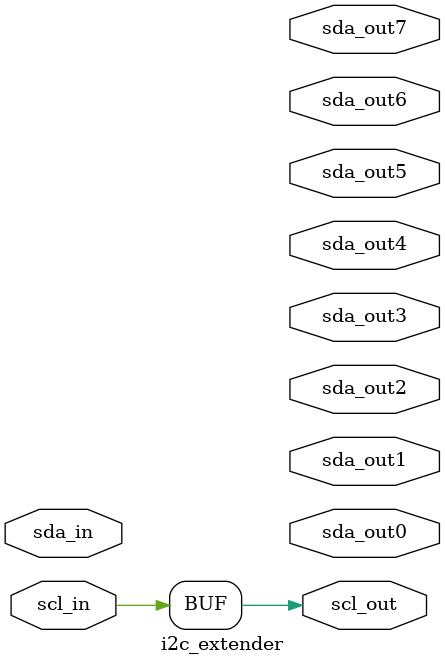
<source format=v>
  module i2c_extender (
  input wire scl_in,
  input wire sda_in,
  output reg scl_out,
  output reg sda_out0,
  output reg sda_out1,
  output reg sda_out2,
  output reg sda_out3,
  output reg sda_out4,
  output reg sda_out5,
  output reg sda_out6,
  output reg sda_out7
);

  always @(scl_in) begin
    scl_out <= scl_in;
  end

endmodule

</source>
